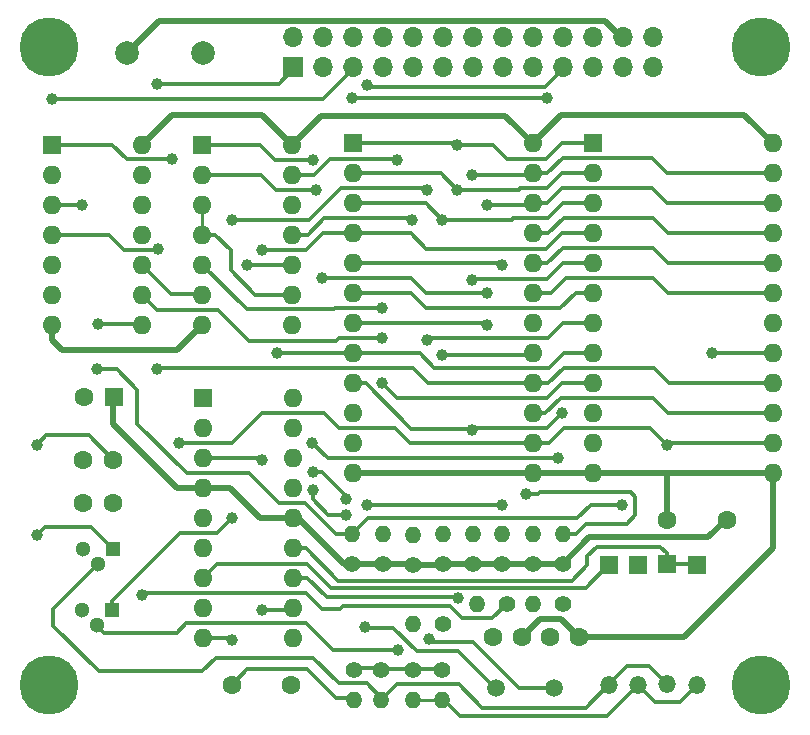
<source format=gbl>
G04 #@! TF.GenerationSoftware,KiCad,Pcbnew,(5.1.6)-1*
G04 #@! TF.CreationDate,2021-02-12T18:31:39+01:00*
G04 #@! TF.ProjectId,keyface,6b657966-6163-4652-9e6b-696361645f70,rev?*
G04 #@! TF.SameCoordinates,Original*
G04 #@! TF.FileFunction,Copper,L2,Bot*
G04 #@! TF.FilePolarity,Positive*
%FSLAX46Y46*%
G04 Gerber Fmt 4.6, Leading zero omitted, Abs format (unit mm)*
G04 Created by KiCad (PCBNEW (5.1.6)-1) date 2021-02-12 18:31:39*
%MOMM*%
%LPD*%
G01*
G04 APERTURE LIST*
G04 #@! TA.AperFunction,ComponentPad*
%ADD10O,1.600000X1.600000*%
G04 #@! TD*
G04 #@! TA.AperFunction,ComponentPad*
%ADD11R,1.600000X1.600000*%
G04 #@! TD*
G04 #@! TA.AperFunction,ComponentPad*
%ADD12C,1.600000*%
G04 #@! TD*
G04 #@! TA.AperFunction,ComponentPad*
%ADD13O,1.500000X1.500000*%
G04 #@! TD*
G04 #@! TA.AperFunction,ComponentPad*
%ADD14R,1.500000X1.500000*%
G04 #@! TD*
G04 #@! TA.AperFunction,ComponentPad*
%ADD15C,1.500000*%
G04 #@! TD*
G04 #@! TA.AperFunction,ComponentPad*
%ADD16O,1.700000X1.700000*%
G04 #@! TD*
G04 #@! TA.AperFunction,ComponentPad*
%ADD17R,1.700000X1.700000*%
G04 #@! TD*
G04 #@! TA.AperFunction,ComponentPad*
%ADD18C,0.800000*%
G04 #@! TD*
G04 #@! TA.AperFunction,ComponentPad*
%ADD19C,5.000000*%
G04 #@! TD*
G04 #@! TA.AperFunction,ComponentPad*
%ADD20C,2.000000*%
G04 #@! TD*
G04 #@! TA.AperFunction,ComponentPad*
%ADD21R,1.300000X1.300000*%
G04 #@! TD*
G04 #@! TA.AperFunction,ComponentPad*
%ADD22C,1.300000*%
G04 #@! TD*
G04 #@! TA.AperFunction,ComponentPad*
%ADD23O,1.400000X1.400000*%
G04 #@! TD*
G04 #@! TA.AperFunction,ComponentPad*
%ADD24C,1.400000*%
G04 #@! TD*
G04 #@! TA.AperFunction,ViaPad*
%ADD25C,1.000000*%
G04 #@! TD*
G04 #@! TA.AperFunction,Conductor*
%ADD26C,0.500000*%
G04 #@! TD*
G04 #@! TA.AperFunction,Conductor*
%ADD27C,0.300000*%
G04 #@! TD*
G04 #@! TA.AperFunction,Conductor*
%ADD28C,0.250000*%
G04 #@! TD*
G04 APERTURE END LIST*
D10*
X153997660Y-65255140D03*
X138757660Y-93195140D03*
X153997660Y-67795140D03*
X138757660Y-90655140D03*
X153997660Y-70335140D03*
X138757660Y-88115140D03*
X153997660Y-72875140D03*
X138757660Y-85575140D03*
X153997660Y-75415140D03*
X138757660Y-83035140D03*
X153997660Y-77955140D03*
X138757660Y-80495140D03*
X153997660Y-80495140D03*
X138757660Y-77955140D03*
X153997660Y-83035140D03*
X138757660Y-75415140D03*
X153997660Y-85575140D03*
X138757660Y-72875140D03*
X153997660Y-88115140D03*
X138757660Y-70335140D03*
X153997660Y-90655140D03*
X138757660Y-67795140D03*
X153997660Y-93195140D03*
D11*
X138757660Y-65255140D03*
D12*
X132806440Y-107071160D03*
X130306440Y-107071160D03*
X137625460Y-107083860D03*
X135125460Y-107083860D03*
D13*
X140131800Y-111127540D03*
D14*
X140131800Y-100967540D03*
D12*
X95686240Y-86784180D03*
D11*
X98186240Y-86784180D03*
D15*
X135469020Y-111422180D03*
X130589020Y-111422180D03*
D16*
X143888460Y-56263540D03*
X143888460Y-58803540D03*
X141348460Y-56263540D03*
X141348460Y-58803540D03*
X138808460Y-56263540D03*
X138808460Y-58803540D03*
X136268460Y-56263540D03*
X136268460Y-58803540D03*
X133728460Y-56263540D03*
X133728460Y-58803540D03*
X131188460Y-56263540D03*
X131188460Y-58803540D03*
X128648460Y-56263540D03*
X128648460Y-58803540D03*
X126108460Y-56263540D03*
X126108460Y-58803540D03*
X123568460Y-56263540D03*
X123568460Y-58803540D03*
X121028460Y-56263540D03*
X121028460Y-58803540D03*
X118488460Y-56263540D03*
X118488460Y-58803540D03*
X115948460Y-56263540D03*
X115948460Y-58803540D03*
X113408460Y-56263540D03*
D17*
X113408460Y-58803540D03*
D18*
X94035825Y-109799175D03*
X92710000Y-109250000D03*
X91384175Y-109799175D03*
X90835000Y-111125000D03*
X91384175Y-112450825D03*
X92710000Y-113000000D03*
X94035825Y-112450825D03*
X94585000Y-111125000D03*
D19*
X92710000Y-111125000D03*
D18*
X154360825Y-109799175D03*
X153035000Y-109250000D03*
X151709175Y-109799175D03*
X151160000Y-111125000D03*
X151709175Y-112450825D03*
X153035000Y-113000000D03*
X154360825Y-112450825D03*
X154910000Y-111125000D03*
D19*
X153035000Y-111125000D03*
D18*
X154305000Y-55824175D03*
X152979175Y-55275000D03*
X151653350Y-55824175D03*
X151104175Y-57150000D03*
X151653350Y-58475825D03*
X152979175Y-59025000D03*
X154305000Y-58475825D03*
X154854175Y-57150000D03*
D19*
X152979175Y-57150000D03*
D18*
X94065825Y-55824175D03*
X92740000Y-55275000D03*
X91414175Y-55824175D03*
X90865000Y-57150000D03*
X91414175Y-58475825D03*
X92740000Y-59025000D03*
X94065825Y-58475825D03*
X94615000Y-57150000D03*
D19*
X92740000Y-57150000D03*
D20*
X105791000Y-57658000D03*
X99314000Y-57658000D03*
D12*
X145088600Y-97188020D03*
X150088600Y-97188020D03*
X108238280Y-111112300D03*
X113238280Y-111112300D03*
X95604960Y-92118180D03*
X98104960Y-92118180D03*
X95630360Y-95742760D03*
X98130360Y-95742760D03*
D21*
X98127820Y-99626420D03*
D22*
X95587820Y-99626420D03*
X96857820Y-100896420D03*
D21*
X98079560Y-104759760D03*
D22*
X95539560Y-104759760D03*
X96809560Y-106029760D03*
D13*
X145039080Y-111084360D03*
D14*
X145039080Y-100924360D03*
D13*
X142557500Y-111130080D03*
D14*
X142557500Y-100970080D03*
D13*
X147612100Y-111178340D03*
D14*
X147612100Y-101018340D03*
D23*
X125971300Y-112384840D03*
D24*
X125971300Y-109844840D03*
D23*
X123548140Y-112405160D03*
D24*
X123548140Y-109865160D03*
D23*
X120876060Y-112395000D03*
D24*
X120876060Y-109855000D03*
D23*
X118584980Y-112395000D03*
D24*
X118584980Y-109855000D03*
D23*
X133677660Y-104289860D03*
D24*
X136217660Y-104289860D03*
D23*
X128943100Y-104277160D03*
D24*
X131483100Y-104277160D03*
D23*
X123525280Y-106004360D03*
D24*
X126065280Y-106004360D03*
D23*
X136243060Y-98391980D03*
D24*
X136243060Y-100931980D03*
D23*
X133670040Y-98346260D03*
D24*
X133670040Y-100886260D03*
D23*
X131097020Y-98346260D03*
D24*
X131097020Y-100886260D03*
D23*
X128615440Y-98391980D03*
D24*
X128615440Y-100931980D03*
D23*
X126042420Y-98391980D03*
D24*
X126042420Y-100931980D03*
D23*
X123563380Y-98440240D03*
D24*
X123563380Y-100980240D03*
D23*
X120990360Y-98346260D03*
D24*
X120990360Y-100886260D03*
D23*
X118369080Y-98391980D03*
D24*
X118369080Y-100931980D03*
D10*
X113342420Y-86832440D03*
X105722420Y-107152440D03*
X113342420Y-89372440D03*
X105722420Y-104612440D03*
X113342420Y-91912440D03*
X105722420Y-102072440D03*
X113342420Y-94452440D03*
X105722420Y-99532440D03*
X113342420Y-96992440D03*
X105722420Y-96992440D03*
X113342420Y-99532440D03*
X105722420Y-94452440D03*
X113342420Y-102072440D03*
X105722420Y-91912440D03*
X113342420Y-104612440D03*
X105722420Y-89372440D03*
X113342420Y-107152440D03*
D11*
X105722420Y-86832440D03*
D10*
X133682740Y-65293240D03*
X118442740Y-93233240D03*
X133682740Y-67833240D03*
X118442740Y-90693240D03*
X133682740Y-70373240D03*
X118442740Y-88153240D03*
X133682740Y-72913240D03*
X118442740Y-85613240D03*
X133682740Y-75453240D03*
X118442740Y-83073240D03*
X133682740Y-77993240D03*
X118442740Y-80533240D03*
X133682740Y-80533240D03*
X118442740Y-77993240D03*
X133682740Y-83073240D03*
X118442740Y-75453240D03*
X133682740Y-85613240D03*
X118442740Y-72913240D03*
X133682740Y-88153240D03*
X118442740Y-70373240D03*
X133682740Y-90693240D03*
X118442740Y-67833240D03*
X133682740Y-93233240D03*
D11*
X118442740Y-65293240D03*
D10*
X100622100Y-65394840D03*
X93002100Y-80634840D03*
X100622100Y-67934840D03*
X93002100Y-78094840D03*
X100622100Y-70474840D03*
X93002100Y-75554840D03*
X100622100Y-73014840D03*
X93002100Y-73014840D03*
X100622100Y-75554840D03*
X93002100Y-70474840D03*
X100622100Y-78094840D03*
X93002100Y-67934840D03*
X100622100Y-80634840D03*
D11*
X93002100Y-65394840D03*
D10*
X113296700Y-65394840D03*
X105676700Y-80634840D03*
X113296700Y-67934840D03*
X105676700Y-78094840D03*
X113296700Y-70474840D03*
X105676700Y-75554840D03*
X113296700Y-73014840D03*
X105676700Y-73014840D03*
X113296700Y-75554840D03*
X105676700Y-70474840D03*
X113296700Y-78094840D03*
X105676700Y-67934840D03*
X113296700Y-80634840D03*
D11*
X105676700Y-65394840D03*
D25*
X91694000Y-90805000D03*
X100584000Y-103505000D03*
X119634000Y-95885000D03*
X131064000Y-95885000D03*
X95504000Y-70485000D03*
X96799400Y-84429600D03*
X141224000Y-95885000D03*
X122306080Y-108224320D03*
X148844000Y-83058000D03*
X145034000Y-90805000D03*
X103723440Y-90675460D03*
X115824000Y-76708000D03*
X129794000Y-77978000D03*
X108204000Y-107315000D03*
X110744000Y-74295000D03*
X115006120Y-90657680D03*
X135783320Y-91950540D03*
X101854000Y-84404200D03*
X125984000Y-83185000D03*
X127332740Y-103753920D03*
X110744000Y-92075000D03*
X110744000Y-104775000D03*
X112014000Y-83058000D03*
X101930200Y-74244200D03*
X103124000Y-66624200D03*
X128524000Y-67945000D03*
X129794000Y-70485000D03*
X128524000Y-89535000D03*
X136144000Y-88138000D03*
X119634000Y-60325000D03*
X129794000Y-80645000D03*
X118364000Y-61468000D03*
X134874000Y-61468000D03*
X133098540Y-94980760D03*
X131064000Y-75565000D03*
X125984000Y-71755000D03*
X127254000Y-69215000D03*
X127254000Y-65405000D03*
X120904000Y-85598000D03*
X120904000Y-81788000D03*
X124714000Y-81915000D03*
X128524000Y-76835000D03*
X96850200Y-80543400D03*
X101854000Y-60248800D03*
X122174000Y-66675000D03*
X120904000Y-79248000D03*
X123444000Y-71755000D03*
X109474000Y-75565000D03*
X115323620Y-69212460D03*
X115044220Y-66669920D03*
X108204000Y-97028000D03*
X108204000Y-71755000D03*
X124714000Y-69215000D03*
X92994480Y-61574680D03*
X91694000Y-98425000D03*
X115054380Y-93096080D03*
X117899180Y-95387160D03*
X124866400Y-107281980D03*
X115054380Y-94650560D03*
X117899180Y-96728280D03*
X119494300Y-106271060D03*
D26*
X139829540Y-54922420D02*
X141361160Y-56454040D01*
X99314000Y-57658000D02*
X102049580Y-54922420D01*
X102049580Y-54922420D02*
X139829540Y-54922420D01*
X93002100Y-80634840D02*
X93002100Y-81948020D01*
X93002100Y-81948020D02*
X93825060Y-82770980D01*
X103540560Y-82770980D02*
X105676700Y-80634840D01*
X93825060Y-82770980D02*
X103540560Y-82770980D01*
X118442740Y-93233240D02*
X133682740Y-93233240D01*
X138719560Y-93233240D02*
X138757660Y-93195140D01*
X133682740Y-93233240D02*
X138719560Y-93233240D01*
D27*
X108204000Y-111125000D02*
X109519720Y-109809280D01*
X109519720Y-109809280D02*
X114556540Y-109809280D01*
X117002560Y-112255300D02*
X118463060Y-112255300D01*
X114556540Y-109809280D02*
X117002560Y-112255300D01*
D26*
X147218400Y-93195140D02*
X153997660Y-93195140D01*
X145088600Y-97188020D02*
X145088600Y-93427540D01*
X145088600Y-93427540D02*
X144856200Y-93195140D01*
X138757660Y-93195140D02*
X144856200Y-93195140D01*
X144856200Y-93195140D02*
X147218400Y-93195140D01*
X153997660Y-93195140D02*
X153997660Y-99580700D01*
X146494500Y-107083860D02*
X137625460Y-107083860D01*
X153997660Y-99580700D02*
X146494500Y-107083860D01*
X132806440Y-107071160D02*
X134330440Y-105547160D01*
X136088760Y-105547160D02*
X137625460Y-107083860D01*
X134330440Y-105547160D02*
X136088760Y-105547160D01*
X100622100Y-65394840D02*
X103121460Y-62895480D01*
X110797340Y-62895480D02*
X113296700Y-65394840D01*
X103121460Y-62895480D02*
X110797340Y-62895480D01*
X113296700Y-65394840D02*
X115732560Y-62958980D01*
X131348480Y-62958980D02*
X133682740Y-65293240D01*
X115732560Y-62958980D02*
X131348480Y-62958980D01*
X133682740Y-65293240D02*
X136110980Y-62865000D01*
X151607520Y-62865000D02*
X153997660Y-65255140D01*
X136110980Y-62865000D02*
X151607520Y-62865000D01*
X98171640Y-86855300D02*
X98171640Y-89065740D01*
X103558340Y-94452440D02*
X105722420Y-94452440D01*
X98171640Y-89065740D02*
X103558340Y-94452440D01*
X105722420Y-94452440D02*
X108033820Y-94452440D01*
X110573820Y-96992440D02*
X113342420Y-96992440D01*
X108033820Y-94452440D02*
X110573820Y-96992440D01*
X113342420Y-96992440D02*
X113802160Y-96992440D01*
X117741700Y-100931980D02*
X118369080Y-100931980D01*
X113802160Y-96992440D02*
X117741700Y-100931980D01*
X120944640Y-100931980D02*
X120990360Y-100886260D01*
X118369080Y-100931980D02*
X120944640Y-100931980D01*
X123469400Y-100886260D02*
X123563380Y-100980240D01*
X120990360Y-100886260D02*
X123469400Y-100886260D01*
X125994160Y-100980240D02*
X126042420Y-100931980D01*
X123563380Y-100980240D02*
X125994160Y-100980240D01*
X126042420Y-100931980D02*
X128615440Y-100931980D01*
X131051300Y-100931980D02*
X131097020Y-100886260D01*
X128615440Y-100931980D02*
X131051300Y-100931980D01*
X131097020Y-100886260D02*
X133670040Y-100886260D01*
X136197340Y-100886260D02*
X136243060Y-100931980D01*
X133670040Y-100886260D02*
X136197340Y-100886260D01*
X148553180Y-98635820D02*
X150034000Y-97155000D01*
X138473180Y-98635820D02*
X148553180Y-98635820D01*
X136243060Y-100931980D02*
X136243060Y-100865940D01*
X136243060Y-100865940D02*
X138473180Y-98635820D01*
D27*
X91694000Y-90805000D02*
X92486480Y-90012520D01*
X96101540Y-90012520D02*
X98087820Y-91998800D01*
X92486480Y-90012520D02*
X96101540Y-90012520D01*
X119634000Y-95885000D02*
X131064000Y-95885000D01*
X114447320Y-103357680D02*
X115811300Y-104721660D01*
X100584000Y-103505000D02*
X100736400Y-103352600D01*
X100736400Y-103352600D02*
X112181640Y-103352600D01*
X112186720Y-103357680D02*
X114447320Y-103357680D01*
X112181640Y-103352600D02*
X112186720Y-103357680D01*
X115811300Y-104721660D02*
X117388640Y-104721660D01*
X117388640Y-104721660D02*
X117642640Y-104467660D01*
X117642640Y-104467660D02*
X126649480Y-104467660D01*
X126649480Y-104467660D02*
X127675640Y-105493820D01*
X130266440Y-105493820D02*
X131483100Y-104277160D01*
X127675640Y-105493820D02*
X130266440Y-105493820D01*
X95493840Y-70474840D02*
X95504000Y-70485000D01*
X93002100Y-70474840D02*
X95493840Y-70474840D01*
X96799400Y-84429600D02*
X98475800Y-84429600D01*
X98475800Y-84429600D02*
X100197920Y-86151720D01*
X100197920Y-86151720D02*
X100197920Y-89024460D01*
X100197920Y-89024460D02*
X104399080Y-93225620D01*
X104399080Y-93225620D02*
X109618780Y-93225620D01*
X109618780Y-93225620D02*
X112168940Y-95775780D01*
X112168940Y-95775780D02*
X114381280Y-95775780D01*
X116997480Y-98391980D02*
X118369080Y-98391980D01*
X114381280Y-95775780D02*
X116997480Y-98391980D01*
X118369080Y-98391980D02*
X119730520Y-97030540D01*
X119730520Y-97030540D02*
X137436860Y-97030540D01*
X138582400Y-95885000D02*
X141224000Y-95885000D01*
X137436860Y-97030540D02*
X138582400Y-95885000D01*
X142557500Y-111130080D02*
X144033240Y-112605820D01*
X146184620Y-112605820D02*
X147612100Y-111178340D01*
X144033240Y-112605820D02*
X146184620Y-112605820D01*
X104350820Y-105887520D02*
X103522780Y-106715560D01*
X114498120Y-105887520D02*
X104350820Y-105887520D01*
X103522780Y-106715560D02*
X97365820Y-106715560D01*
X116779040Y-108168440D02*
X114498120Y-105887520D01*
X122306080Y-108224320D02*
X122250200Y-108168440D01*
X122250200Y-108168440D02*
X116779040Y-108168440D01*
X97365820Y-106715560D02*
X96809560Y-106159300D01*
X96809560Y-106159300D02*
X96809560Y-106029760D01*
D28*
X123548140Y-112405160D02*
X126108460Y-112405160D01*
D27*
X126042420Y-112303560D02*
X127490220Y-113751360D01*
X139936220Y-113751360D02*
X142557500Y-111130080D01*
X127490220Y-113751360D02*
X139936220Y-113751360D01*
X153974800Y-83058000D02*
X153997660Y-83035140D01*
X148844000Y-83058000D02*
X153974800Y-83058000D01*
X147518120Y-100924360D02*
X147612100Y-101018340D01*
X145039080Y-100924360D02*
X147518120Y-100924360D01*
X144487900Y-99433380D02*
X145039080Y-99984560D01*
X145039080Y-99984560D02*
X145039080Y-100924360D01*
X138275060Y-100246180D02*
X139087860Y-99433380D01*
X114442240Y-99532440D02*
X117213380Y-102303580D01*
X117213380Y-102303580D02*
X136972040Y-102303580D01*
X113342420Y-99532440D02*
X114442240Y-99532440D01*
X139087860Y-99433380D02*
X144487900Y-99433380D01*
X136972040Y-102303580D02*
X138275060Y-101000560D01*
X138275060Y-101000560D02*
X138275060Y-100246180D01*
X140032740Y-111178340D02*
X141678660Y-109532420D01*
X143487140Y-109532420D02*
X145039080Y-111084360D01*
X141678660Y-109532420D02*
X143487140Y-109532420D01*
X138150600Y-113060480D02*
X140032740Y-111178340D01*
X129390140Y-113060480D02*
X138150600Y-113060480D01*
X105669080Y-109992160D02*
X106832400Y-108828840D01*
X93070680Y-106141520D02*
X96921320Y-109992160D01*
X120942100Y-112303560D02*
X122166380Y-111079280D01*
X96921320Y-109992160D02*
X105669080Y-109992160D01*
X96857820Y-100896420D02*
X93070680Y-104683560D01*
X106832400Y-108828840D02*
X115082320Y-108828840D01*
X115082320Y-108828840D02*
X117236240Y-110982760D01*
X117236240Y-110982760D02*
X119621300Y-110982760D01*
X93070680Y-104683560D02*
X93070680Y-106141520D01*
X119621300Y-110982760D02*
X120942100Y-112303560D01*
X127408940Y-111079280D02*
X129390140Y-113060480D01*
X122166380Y-111079280D02*
X127408940Y-111079280D01*
X145183860Y-90655140D02*
X145034000Y-90805000D01*
X153997660Y-90655140D02*
X145183860Y-90655140D01*
X133682740Y-90693240D02*
X135031480Y-90693240D01*
X135031480Y-90693240D02*
X136334500Y-89390220D01*
X143619220Y-89390220D02*
X145034000Y-90805000D01*
X136334500Y-89390220D02*
X143619220Y-89390220D01*
X123271280Y-90693240D02*
X133682740Y-90693240D01*
X117251480Y-89425780D02*
X122003820Y-89425780D01*
X115978940Y-88153240D02*
X117251480Y-89425780D01*
X110723680Y-88153240D02*
X115978940Y-88153240D01*
X108198920Y-90678000D02*
X110723680Y-88153240D01*
X122003820Y-89425780D02*
X123271280Y-90693240D01*
X103723440Y-90675460D02*
X108198920Y-90678000D01*
X145155920Y-88115140D02*
X153997660Y-88115140D01*
X136060180Y-86842600D02*
X143883380Y-86842600D01*
X133682740Y-88153240D02*
X134749540Y-88153240D01*
X143883380Y-86842600D02*
X145155920Y-88115140D01*
X134749540Y-88153240D02*
X136060180Y-86842600D01*
X116598700Y-102900480D02*
X138150600Y-102900480D01*
X138150600Y-102900480D02*
X140032740Y-101018340D01*
X105722420Y-102072440D02*
X106908600Y-100886260D01*
X114584480Y-100886260D02*
X116598700Y-102900480D01*
X106908600Y-100886260D02*
X114584480Y-100886260D01*
X115824000Y-76708000D02*
X123385580Y-76708000D01*
X124655580Y-77978000D02*
X129794000Y-77978000D01*
X123385580Y-76708000D02*
X124655580Y-77978000D01*
X110744000Y-74295000D02*
X114526060Y-74295000D01*
X115907820Y-72913240D02*
X118442740Y-72913240D01*
X114526060Y-74295000D02*
X115907820Y-72913240D01*
X118442740Y-72913240D02*
X123385580Y-72913240D01*
X123385580Y-72913240D02*
X124675900Y-74203560D01*
X124675900Y-74203560D02*
X134815580Y-74203560D01*
X136144000Y-72875140D02*
X138757660Y-72875140D01*
X134815580Y-74203560D02*
X136144000Y-72875140D01*
X108041440Y-107152440D02*
X108204000Y-107315000D01*
X105722420Y-107152440D02*
X108041440Y-107152440D01*
X115006120Y-90657680D02*
X116316760Y-91968320D01*
X116316760Y-91968320D02*
X135765540Y-91968320D01*
X135765540Y-91968320D02*
X135783320Y-91950540D01*
X124846080Y-85613240D02*
X133682740Y-85613240D01*
X123568460Y-84335620D02*
X124846080Y-85613240D01*
X101854000Y-84404200D02*
X101922580Y-84335620D01*
X101922580Y-84335620D02*
X123568460Y-84335620D01*
X145191480Y-85575140D02*
X153997660Y-85575140D01*
X143921480Y-84305140D02*
X145191480Y-85575140D01*
X136288780Y-84305140D02*
X143921480Y-84305140D01*
X133682740Y-85613240D02*
X134980680Y-85613240D01*
X134980680Y-85613240D02*
X136288780Y-84305140D01*
X133570980Y-83185000D02*
X133682740Y-83073240D01*
X125984000Y-83185000D02*
X133570980Y-83185000D01*
X120893840Y-109715300D02*
X120942100Y-109763560D01*
X118463060Y-109715300D02*
X120893840Y-109715300D01*
X123517660Y-109763560D02*
X123563380Y-109809280D01*
X120942100Y-109763560D02*
X123517660Y-109763560D01*
X125996700Y-109809280D02*
X126042420Y-109763560D01*
X123563380Y-109809280D02*
X125996700Y-109809280D01*
X114584480Y-102072440D02*
X113342420Y-102072440D01*
X116243100Y-103731060D02*
X114584480Y-102072440D01*
X127332740Y-103753920D02*
X127309880Y-103731060D01*
X127309880Y-103731060D02*
X116243100Y-103731060D01*
X110581440Y-91912440D02*
X110744000Y-92075000D01*
X105722420Y-91912440D02*
X110581440Y-91912440D01*
X118427500Y-83058000D02*
X118442740Y-83073240D01*
X112014000Y-83058000D02*
X118427500Y-83058000D01*
X118442740Y-83073240D02*
X124101860Y-83073240D01*
X124101860Y-83073240D02*
X125361700Y-84333080D01*
X125361700Y-84333080D02*
X135018780Y-84333080D01*
X136316720Y-83035140D02*
X138757660Y-83035140D01*
X135018780Y-84333080D02*
X136316720Y-83035140D01*
X113179860Y-104775000D02*
X113342420Y-104612440D01*
X110744000Y-104775000D02*
X113179860Y-104775000D01*
X101894640Y-74279760D02*
X101930200Y-74244200D01*
X99095560Y-74279760D02*
X101894640Y-74279760D01*
X93002100Y-73014840D02*
X97830640Y-73014840D01*
X97830640Y-73014840D02*
X99095560Y-74279760D01*
X137317480Y-77955140D02*
X138757660Y-77955140D01*
X136009380Y-79263240D02*
X137317480Y-77955140D01*
X124645420Y-79263240D02*
X136009380Y-79263240D01*
X118442740Y-77993240D02*
X123375420Y-77993240D01*
X123375420Y-77993240D02*
X124645420Y-79263240D01*
X93002100Y-65394840D02*
X98061780Y-65394840D01*
X99291140Y-66624200D02*
X103124000Y-66624200D01*
X98061780Y-65394840D02*
X99291140Y-66624200D01*
X133570980Y-67945000D02*
X133682740Y-67833240D01*
X128524000Y-67945000D02*
X133570980Y-67945000D01*
X145021300Y-67795140D02*
X153997660Y-67795140D01*
X133682740Y-67833240D02*
X134909560Y-67833240D01*
X143764000Y-66537840D02*
X145021300Y-67795140D01*
X136204960Y-66537840D02*
X143764000Y-66537840D01*
X134909560Y-67833240D02*
X136204960Y-66537840D01*
X133570980Y-70485000D02*
X133682740Y-70373240D01*
X129794000Y-70485000D02*
X133570980Y-70485000D01*
X145051780Y-70335140D02*
X153997660Y-70335140D01*
X143797020Y-69080380D02*
X145051780Y-70335140D01*
X136166860Y-69080380D02*
X143797020Y-69080380D01*
X133682740Y-70373240D02*
X134874000Y-70373240D01*
X134874000Y-70373240D02*
X136166860Y-69080380D01*
X145127980Y-72875140D02*
X153997660Y-72875140D01*
X143822420Y-71569580D02*
X145127980Y-72875140D01*
X136326880Y-71569580D02*
X143822420Y-71569580D01*
X133682740Y-72913240D02*
X134983220Y-72913240D01*
X134983220Y-72913240D02*
X136326880Y-71569580D01*
X134861300Y-89420700D02*
X136144000Y-88138000D01*
X128524000Y-89535000D02*
X128638300Y-89420700D01*
X128638300Y-89420700D02*
X134861300Y-89420700D01*
X128427480Y-89438480D02*
X128524000Y-89535000D01*
X123400820Y-89438480D02*
X128427480Y-89438480D01*
X118442740Y-85613240D02*
X119575580Y-85613240D01*
X119575580Y-85613240D02*
X123400820Y-89438480D01*
X143893540Y-74150220D02*
X145158460Y-75415140D01*
X136217660Y-74150220D02*
X143893540Y-74150220D01*
X145158460Y-75415140D02*
X153997660Y-75415140D01*
X133682740Y-75453240D02*
X134914640Y-75453240D01*
X134914640Y-75453240D02*
X136217660Y-74150220D01*
X145105120Y-77955140D02*
X153997660Y-77955140D01*
X143832580Y-76682600D02*
X145105120Y-77955140D01*
X136530080Y-76682600D02*
X143832580Y-76682600D01*
X133682740Y-77993240D02*
X135219440Y-77993240D01*
X135219440Y-77993240D02*
X136530080Y-76682600D01*
X119634000Y-60325000D02*
X119634000Y-60383420D01*
X119634000Y-60383420D02*
X119794020Y-60543440D01*
X134731760Y-60543440D02*
X136281160Y-58994040D01*
X119794020Y-60543440D02*
X134731760Y-60543440D01*
X129682240Y-80533240D02*
X129794000Y-80645000D01*
X118442740Y-80533240D02*
X129682240Y-80533240D01*
X118364000Y-61468000D02*
X134874000Y-61468000D01*
X118442740Y-75453240D02*
X130952240Y-75453240D01*
X134284720Y-94810580D02*
X141960600Y-94810580D01*
X142367000Y-95216980D02*
X142367000Y-96758760D01*
X141625320Y-97500440D02*
X138221720Y-97500440D01*
X141960600Y-94810580D02*
X142367000Y-95216980D01*
X133098540Y-94980760D02*
X134114540Y-94980760D01*
X134114540Y-94980760D02*
X134284720Y-94810580D01*
X138221720Y-97500440D02*
X137330180Y-98391980D01*
X142367000Y-96758760D02*
X141625320Y-97500440D01*
X137330180Y-98391980D02*
X136243060Y-98391980D01*
X130952240Y-75453240D02*
X131064000Y-75565000D01*
X124602240Y-70373240D02*
X125984000Y-71755000D01*
X118442740Y-70373240D02*
X124602240Y-70373240D01*
X125984000Y-71755000D02*
X131932680Y-71755000D01*
X131932680Y-71755000D02*
X132052060Y-71635620D01*
X132052060Y-71635620D02*
X134975600Y-71635620D01*
X136276080Y-70335140D02*
X138757660Y-70335140D01*
X134975600Y-71635620D02*
X136276080Y-70335140D01*
X125872240Y-67833240D02*
X127254000Y-69215000D01*
X118442740Y-67833240D02*
X125872240Y-67833240D01*
X127254000Y-69215000D02*
X132516880Y-69215000D01*
X132516880Y-69215000D02*
X132623560Y-69108320D01*
X132623560Y-69108320D02*
X134881620Y-69108320D01*
X136194800Y-67795140D02*
X138757660Y-67795140D01*
X134881620Y-69108320D02*
X136194800Y-67795140D01*
X127142240Y-65293240D02*
X127254000Y-65405000D01*
X118442740Y-65293240D02*
X127142240Y-65293240D01*
X127254000Y-65405000D02*
X130342640Y-65405000D01*
X130342640Y-65405000D02*
X131513580Y-66575940D01*
X131513580Y-66575940D02*
X134797800Y-66575940D01*
X136118600Y-65255140D02*
X138757660Y-65255140D01*
X134797800Y-66575940D02*
X136118600Y-65255140D01*
X100622100Y-78094840D02*
X101894640Y-79367380D01*
X101894640Y-79367380D02*
X106997500Y-79367380D01*
X106997500Y-79367380D02*
X109641640Y-82011520D01*
X109641640Y-82011520D02*
X117012720Y-82011520D01*
X117236240Y-81788000D02*
X120904000Y-81788000D01*
X117012720Y-82011520D02*
X117236240Y-81788000D01*
X136197340Y-85575140D02*
X138757660Y-85575140D01*
X120904000Y-85598000D02*
X122191780Y-86885780D01*
X134886700Y-86885780D02*
X136197340Y-85575140D01*
X122191780Y-86885780D02*
X134886700Y-86885780D01*
X134983220Y-81793080D02*
X136281160Y-80495140D01*
X136281160Y-80495140D02*
X138757660Y-80495140D01*
X124714000Y-81915000D02*
X124835920Y-81793080D01*
X124835920Y-81793080D02*
X134983220Y-81793080D01*
X136260840Y-75415140D02*
X138757660Y-75415140D01*
X134927340Y-76748640D02*
X136260840Y-75415140D01*
X128524000Y-76835000D02*
X128610360Y-76748640D01*
X128610360Y-76748640D02*
X134927340Y-76748640D01*
X100622100Y-75554840D02*
X103078280Y-78011020D01*
X105592880Y-78011020D02*
X105676700Y-78094840D01*
X103078280Y-78011020D02*
X105592880Y-78011020D01*
X112166400Y-60248800D02*
X113421160Y-58994040D01*
X101854000Y-60248800D02*
X112166400Y-60248800D01*
X100530660Y-80543400D02*
X100622100Y-80634840D01*
X96850200Y-80543400D02*
X100530660Y-80543400D01*
X116552980Y-66578480D02*
X122077480Y-66578480D01*
X113296700Y-67934840D02*
X115196620Y-67934840D01*
X122077480Y-66578480D02*
X122174000Y-66675000D01*
X115196620Y-67934840D02*
X116552980Y-66578480D01*
X105676700Y-75554840D02*
X109468920Y-79347060D01*
X109468920Y-79347060D02*
X116860320Y-79347060D01*
X116959380Y-79248000D02*
X120904000Y-79248000D01*
X116860320Y-79347060D02*
X116959380Y-79248000D01*
X113296700Y-73014840D02*
X114612420Y-73014840D01*
X114612420Y-73014840D02*
X116009420Y-71617840D01*
X123306840Y-71617840D02*
X123444000Y-71755000D01*
X116009420Y-71617840D02*
X123306840Y-71617840D01*
X105676700Y-73014840D02*
X106796840Y-73014840D01*
X106796840Y-73014840D02*
X108092240Y-74310240D01*
X108092240Y-74310240D02*
X108092240Y-76055220D01*
X110131860Y-78094840D02*
X113296700Y-78094840D01*
X108092240Y-76055220D02*
X110131860Y-78094840D01*
D28*
X105676700Y-70474840D02*
X105676700Y-73014840D01*
D27*
X113286540Y-75565000D02*
X113296700Y-75554840D01*
X109474000Y-75565000D02*
X113286540Y-75565000D01*
X110670340Y-67934840D02*
X105676700Y-67934840D01*
X111950500Y-69215000D02*
X110670340Y-67934840D01*
X115323620Y-69212460D02*
X111950500Y-69215000D01*
X110550960Y-65394840D02*
X105676700Y-65394840D01*
X115044220Y-66669920D02*
X114439700Y-66662300D01*
X111818420Y-66662300D02*
X110550960Y-65394840D01*
X114439700Y-66662300D02*
X111818420Y-66662300D01*
X117416580Y-69110860D02*
X124609860Y-69110860D01*
X124609860Y-69110860D02*
X124714000Y-69215000D01*
X108204000Y-71755000D02*
X114772440Y-71755000D01*
X114772440Y-71755000D02*
X117416580Y-69110860D01*
X98079560Y-104759760D02*
X98079560Y-104002840D01*
X98079560Y-104002840D02*
X103835200Y-98247200D01*
X106984800Y-98247200D02*
X108204000Y-97028000D01*
X103835200Y-98247200D02*
X106984800Y-98247200D01*
X115920520Y-61574680D02*
X118501160Y-58994040D01*
X92994480Y-61574680D02*
X115920520Y-61574680D01*
X91694000Y-98425000D02*
X92344240Y-97774760D01*
X96276160Y-97774760D02*
X98127820Y-99626420D01*
X92344240Y-97774760D02*
X96276160Y-97774760D01*
X115054380Y-93096080D02*
X115829080Y-93096080D01*
X117899180Y-95166180D02*
X117899180Y-95387160D01*
X115829080Y-93096080D02*
X117899180Y-95166180D01*
X128625600Y-107495340D02*
X132552440Y-111422180D01*
X132552440Y-111422180D02*
X135469020Y-111422180D01*
X124866400Y-107281980D02*
X125079760Y-107495340D01*
X125079760Y-107495340D02*
X128625600Y-107495340D01*
X115054380Y-94650560D02*
X115054380Y-95420180D01*
X116362480Y-96728280D02*
X117899180Y-96728280D01*
X115054380Y-95420180D02*
X116362480Y-96728280D01*
X119560340Y-106337100D02*
X119494300Y-106271060D01*
X130482340Y-111422180D02*
X127363220Y-108303060D01*
X130589020Y-111422180D02*
X130482340Y-111422180D01*
X127363220Y-108303060D02*
X123840240Y-108303060D01*
X123840240Y-108303060D02*
X121874280Y-106337100D01*
X121874280Y-106337100D02*
X119560340Y-106337100D01*
M02*

</source>
